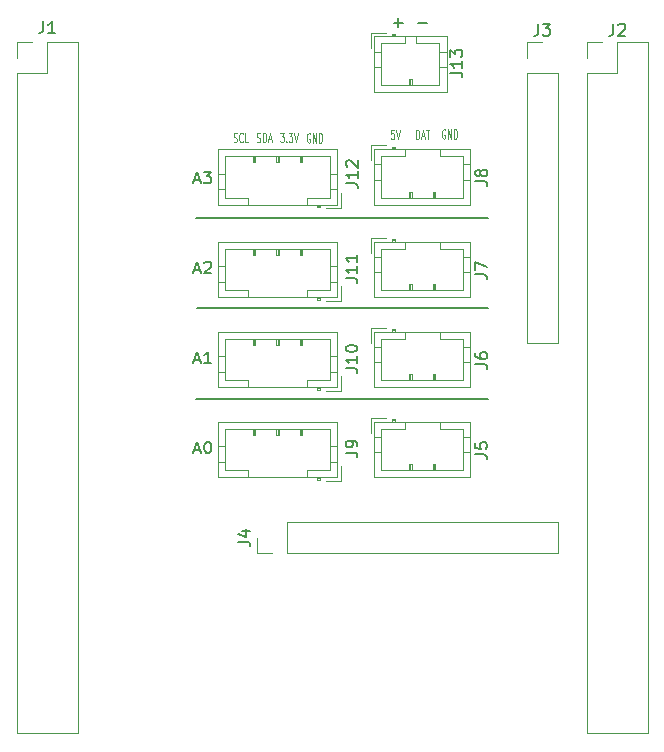
<source format=gbr>
%TF.GenerationSoftware,KiCad,Pcbnew,7.0.6*%
%TF.CreationDate,2024-10-14T12:44:36+01:00*%
%TF.ProjectId,BelaShield,42656c61-5368-4696-956c-642e6b696361,rev?*%
%TF.SameCoordinates,Original*%
%TF.FileFunction,Legend,Top*%
%TF.FilePolarity,Positive*%
%FSLAX46Y46*%
G04 Gerber Fmt 4.6, Leading zero omitted, Abs format (unit mm)*
G04 Created by KiCad (PCBNEW 7.0.6) date 2024-10-14 12:44:36*
%MOMM*%
%LPD*%
G01*
G04 APERTURE LIST*
%ADD10C,0.150000*%
%ADD11C,0.100000*%
%ADD12C,0.120000*%
G04 APERTURE END LIST*
D10*
X135819900Y-66935400D02*
X160483300Y-66935400D01*
X135858000Y-74530000D02*
X160521400Y-74530000D01*
X135819900Y-82200800D02*
X160483300Y-82200800D01*
X152536779Y-50388866D02*
X153298684Y-50388866D01*
X152917731Y-50769819D02*
X152917731Y-50007914D01*
D11*
X142919756Y-59688020D02*
X143229280Y-59688020D01*
X143229280Y-59688020D02*
X143062613Y-59992782D01*
X143062613Y-59992782D02*
X143134042Y-59992782D01*
X143134042Y-59992782D02*
X143181661Y-60030877D01*
X143181661Y-60030877D02*
X143205470Y-60068972D01*
X143205470Y-60068972D02*
X143229280Y-60145163D01*
X143229280Y-60145163D02*
X143229280Y-60335639D01*
X143229280Y-60335639D02*
X143205470Y-60411829D01*
X143205470Y-60411829D02*
X143181661Y-60449925D01*
X143181661Y-60449925D02*
X143134042Y-60488020D01*
X143134042Y-60488020D02*
X142991185Y-60488020D01*
X142991185Y-60488020D02*
X142943566Y-60449925D01*
X142943566Y-60449925D02*
X142919756Y-60411829D01*
X143443565Y-60411829D02*
X143467375Y-60449925D01*
X143467375Y-60449925D02*
X143443565Y-60488020D01*
X143443565Y-60488020D02*
X143419756Y-60449925D01*
X143419756Y-60449925D02*
X143443565Y-60411829D01*
X143443565Y-60411829D02*
X143443565Y-60488020D01*
X143634041Y-59688020D02*
X143943565Y-59688020D01*
X143943565Y-59688020D02*
X143776898Y-59992782D01*
X143776898Y-59992782D02*
X143848327Y-59992782D01*
X143848327Y-59992782D02*
X143895946Y-60030877D01*
X143895946Y-60030877D02*
X143919755Y-60068972D01*
X143919755Y-60068972D02*
X143943565Y-60145163D01*
X143943565Y-60145163D02*
X143943565Y-60335639D01*
X143943565Y-60335639D02*
X143919755Y-60411829D01*
X143919755Y-60411829D02*
X143895946Y-60449925D01*
X143895946Y-60449925D02*
X143848327Y-60488020D01*
X143848327Y-60488020D02*
X143705470Y-60488020D01*
X143705470Y-60488020D02*
X143657851Y-60449925D01*
X143657851Y-60449925D02*
X143634041Y-60411829D01*
X144086422Y-59688020D02*
X144253088Y-60488020D01*
X144253088Y-60488020D02*
X144419755Y-59688020D01*
D10*
X135639160Y-86560104D02*
X136115350Y-86560104D01*
X135543922Y-86845819D02*
X135877255Y-85845819D01*
X135877255Y-85845819D02*
X136210588Y-86845819D01*
X136734398Y-85845819D02*
X136829636Y-85845819D01*
X136829636Y-85845819D02*
X136924874Y-85893438D01*
X136924874Y-85893438D02*
X136972493Y-85941057D01*
X136972493Y-85941057D02*
X137020112Y-86036295D01*
X137020112Y-86036295D02*
X137067731Y-86226771D01*
X137067731Y-86226771D02*
X137067731Y-86464866D01*
X137067731Y-86464866D02*
X137020112Y-86655342D01*
X137020112Y-86655342D02*
X136972493Y-86750580D01*
X136972493Y-86750580D02*
X136924874Y-86798200D01*
X136924874Y-86798200D02*
X136829636Y-86845819D01*
X136829636Y-86845819D02*
X136734398Y-86845819D01*
X136734398Y-86845819D02*
X136639160Y-86798200D01*
X136639160Y-86798200D02*
X136591541Y-86750580D01*
X136591541Y-86750580D02*
X136543922Y-86655342D01*
X136543922Y-86655342D02*
X136496303Y-86464866D01*
X136496303Y-86464866D02*
X136496303Y-86226771D01*
X136496303Y-86226771D02*
X136543922Y-86036295D01*
X136543922Y-86036295D02*
X136591541Y-85941057D01*
X136591541Y-85941057D02*
X136639160Y-85893438D01*
X136639160Y-85893438D02*
X136734398Y-85845819D01*
D11*
X156876058Y-59442740D02*
X156828439Y-59404645D01*
X156828439Y-59404645D02*
X156757010Y-59404645D01*
X156757010Y-59404645D02*
X156685582Y-59442740D01*
X156685582Y-59442740D02*
X156637963Y-59518930D01*
X156637963Y-59518930D02*
X156614153Y-59595121D01*
X156614153Y-59595121D02*
X156590344Y-59747502D01*
X156590344Y-59747502D02*
X156590344Y-59861788D01*
X156590344Y-59861788D02*
X156614153Y-60014169D01*
X156614153Y-60014169D02*
X156637963Y-60090359D01*
X156637963Y-60090359D02*
X156685582Y-60166550D01*
X156685582Y-60166550D02*
X156757010Y-60204645D01*
X156757010Y-60204645D02*
X156804629Y-60204645D01*
X156804629Y-60204645D02*
X156876058Y-60166550D01*
X156876058Y-60166550D02*
X156899867Y-60128454D01*
X156899867Y-60128454D02*
X156899867Y-59861788D01*
X156899867Y-59861788D02*
X156804629Y-59861788D01*
X157114153Y-60204645D02*
X157114153Y-59404645D01*
X157114153Y-59404645D02*
X157399867Y-60204645D01*
X157399867Y-60204645D02*
X157399867Y-59404645D01*
X157637963Y-60204645D02*
X157637963Y-59404645D01*
X157637963Y-59404645D02*
X157757011Y-59404645D01*
X157757011Y-59404645D02*
X157828439Y-59442740D01*
X157828439Y-59442740D02*
X157876058Y-59518930D01*
X157876058Y-59518930D02*
X157899868Y-59595121D01*
X157899868Y-59595121D02*
X157923677Y-59747502D01*
X157923677Y-59747502D02*
X157923677Y-59861788D01*
X157923677Y-59861788D02*
X157899868Y-60014169D01*
X157899868Y-60014169D02*
X157876058Y-60090359D01*
X157876058Y-60090359D02*
X157828439Y-60166550D01*
X157828439Y-60166550D02*
X157757011Y-60204645D01*
X157757011Y-60204645D02*
X157637963Y-60204645D01*
D10*
X154568779Y-50388866D02*
X155330684Y-50388866D01*
D11*
X138961027Y-60458800D02*
X139032455Y-60496895D01*
X139032455Y-60496895D02*
X139151503Y-60496895D01*
X139151503Y-60496895D02*
X139199122Y-60458800D01*
X139199122Y-60458800D02*
X139222931Y-60420704D01*
X139222931Y-60420704D02*
X139246741Y-60344514D01*
X139246741Y-60344514D02*
X139246741Y-60268323D01*
X139246741Y-60268323D02*
X139222931Y-60192133D01*
X139222931Y-60192133D02*
X139199122Y-60154038D01*
X139199122Y-60154038D02*
X139151503Y-60115942D01*
X139151503Y-60115942D02*
X139056265Y-60077847D01*
X139056265Y-60077847D02*
X139008646Y-60039752D01*
X139008646Y-60039752D02*
X138984836Y-60001657D01*
X138984836Y-60001657D02*
X138961027Y-59925466D01*
X138961027Y-59925466D02*
X138961027Y-59849276D01*
X138961027Y-59849276D02*
X138984836Y-59773085D01*
X138984836Y-59773085D02*
X139008646Y-59734990D01*
X139008646Y-59734990D02*
X139056265Y-59696895D01*
X139056265Y-59696895D02*
X139175312Y-59696895D01*
X139175312Y-59696895D02*
X139246741Y-59734990D01*
X139746740Y-60420704D02*
X139722931Y-60458800D01*
X139722931Y-60458800D02*
X139651502Y-60496895D01*
X139651502Y-60496895D02*
X139603883Y-60496895D01*
X139603883Y-60496895D02*
X139532455Y-60458800D01*
X139532455Y-60458800D02*
X139484836Y-60382609D01*
X139484836Y-60382609D02*
X139461026Y-60306419D01*
X139461026Y-60306419D02*
X139437217Y-60154038D01*
X139437217Y-60154038D02*
X139437217Y-60039752D01*
X139437217Y-60039752D02*
X139461026Y-59887371D01*
X139461026Y-59887371D02*
X139484836Y-59811180D01*
X139484836Y-59811180D02*
X139532455Y-59734990D01*
X139532455Y-59734990D02*
X139603883Y-59696895D01*
X139603883Y-59696895D02*
X139651502Y-59696895D01*
X139651502Y-59696895D02*
X139722931Y-59734990D01*
X139722931Y-59734990D02*
X139746740Y-59773085D01*
X140199121Y-60496895D02*
X139961026Y-60496895D01*
X139961026Y-60496895D02*
X139961026Y-59696895D01*
X140940392Y-60449925D02*
X141011820Y-60488020D01*
X141011820Y-60488020D02*
X141130868Y-60488020D01*
X141130868Y-60488020D02*
X141178487Y-60449925D01*
X141178487Y-60449925D02*
X141202296Y-60411829D01*
X141202296Y-60411829D02*
X141226106Y-60335639D01*
X141226106Y-60335639D02*
X141226106Y-60259448D01*
X141226106Y-60259448D02*
X141202296Y-60183258D01*
X141202296Y-60183258D02*
X141178487Y-60145163D01*
X141178487Y-60145163D02*
X141130868Y-60107067D01*
X141130868Y-60107067D02*
X141035630Y-60068972D01*
X141035630Y-60068972D02*
X140988011Y-60030877D01*
X140988011Y-60030877D02*
X140964201Y-59992782D01*
X140964201Y-59992782D02*
X140940392Y-59916591D01*
X140940392Y-59916591D02*
X140940392Y-59840401D01*
X140940392Y-59840401D02*
X140964201Y-59764210D01*
X140964201Y-59764210D02*
X140988011Y-59726115D01*
X140988011Y-59726115D02*
X141035630Y-59688020D01*
X141035630Y-59688020D02*
X141154677Y-59688020D01*
X141154677Y-59688020D02*
X141226106Y-59726115D01*
X141440391Y-60488020D02*
X141440391Y-59688020D01*
X141440391Y-59688020D02*
X141559439Y-59688020D01*
X141559439Y-59688020D02*
X141630867Y-59726115D01*
X141630867Y-59726115D02*
X141678486Y-59802305D01*
X141678486Y-59802305D02*
X141702296Y-59878496D01*
X141702296Y-59878496D02*
X141726105Y-60030877D01*
X141726105Y-60030877D02*
X141726105Y-60145163D01*
X141726105Y-60145163D02*
X141702296Y-60297544D01*
X141702296Y-60297544D02*
X141678486Y-60373734D01*
X141678486Y-60373734D02*
X141630867Y-60449925D01*
X141630867Y-60449925D02*
X141559439Y-60488020D01*
X141559439Y-60488020D02*
X141440391Y-60488020D01*
X141916582Y-60259448D02*
X142154677Y-60259448D01*
X141868963Y-60488020D02*
X142035629Y-59688020D01*
X142035629Y-59688020D02*
X142202296Y-60488020D01*
D10*
X135639160Y-78940104D02*
X136115350Y-78940104D01*
X135543922Y-79225819D02*
X135877255Y-78225819D01*
X135877255Y-78225819D02*
X136210588Y-79225819D01*
X137067731Y-79225819D02*
X136496303Y-79225819D01*
X136782017Y-79225819D02*
X136782017Y-78225819D01*
X136782017Y-78225819D02*
X136686779Y-78368676D01*
X136686779Y-78368676D02*
X136591541Y-78463914D01*
X136591541Y-78463914D02*
X136496303Y-78511533D01*
X135639160Y-63700104D02*
X136115350Y-63700104D01*
X135543922Y-63985819D02*
X135877255Y-62985819D01*
X135877255Y-62985819D02*
X136210588Y-63985819D01*
X136448684Y-62985819D02*
X137067731Y-62985819D01*
X137067731Y-62985819D02*
X136734398Y-63366771D01*
X136734398Y-63366771D02*
X136877255Y-63366771D01*
X136877255Y-63366771D02*
X136972493Y-63414390D01*
X136972493Y-63414390D02*
X137020112Y-63462009D01*
X137020112Y-63462009D02*
X137067731Y-63557247D01*
X137067731Y-63557247D02*
X137067731Y-63795342D01*
X137067731Y-63795342D02*
X137020112Y-63890580D01*
X137020112Y-63890580D02*
X136972493Y-63938200D01*
X136972493Y-63938200D02*
X136877255Y-63985819D01*
X136877255Y-63985819D02*
X136591541Y-63985819D01*
X136591541Y-63985819D02*
X136496303Y-63938200D01*
X136496303Y-63938200D02*
X136448684Y-63890580D01*
X135639160Y-71320104D02*
X136115350Y-71320104D01*
X135543922Y-71605819D02*
X135877255Y-70605819D01*
X135877255Y-70605819D02*
X136210588Y-71605819D01*
X136496303Y-70701057D02*
X136543922Y-70653438D01*
X136543922Y-70653438D02*
X136639160Y-70605819D01*
X136639160Y-70605819D02*
X136877255Y-70605819D01*
X136877255Y-70605819D02*
X136972493Y-70653438D01*
X136972493Y-70653438D02*
X137020112Y-70701057D01*
X137020112Y-70701057D02*
X137067731Y-70796295D01*
X137067731Y-70796295D02*
X137067731Y-70891533D01*
X137067731Y-70891533D02*
X137020112Y-71034390D01*
X137020112Y-71034390D02*
X136448684Y-71605819D01*
X136448684Y-71605819D02*
X137067731Y-71605819D01*
D11*
X152537804Y-59435770D02*
X152299709Y-59435770D01*
X152299709Y-59435770D02*
X152275900Y-59816722D01*
X152275900Y-59816722D02*
X152299709Y-59778627D01*
X152299709Y-59778627D02*
X152347328Y-59740532D01*
X152347328Y-59740532D02*
X152466376Y-59740532D01*
X152466376Y-59740532D02*
X152513995Y-59778627D01*
X152513995Y-59778627D02*
X152537804Y-59816722D01*
X152537804Y-59816722D02*
X152561614Y-59892913D01*
X152561614Y-59892913D02*
X152561614Y-60083389D01*
X152561614Y-60083389D02*
X152537804Y-60159579D01*
X152537804Y-60159579D02*
X152513995Y-60197675D01*
X152513995Y-60197675D02*
X152466376Y-60235770D01*
X152466376Y-60235770D02*
X152347328Y-60235770D01*
X152347328Y-60235770D02*
X152299709Y-60197675D01*
X152299709Y-60197675D02*
X152275900Y-60159579D01*
X152704471Y-59435770D02*
X152871137Y-60235770D01*
X152871137Y-60235770D02*
X153037804Y-59435770D01*
X145446741Y-59766115D02*
X145399122Y-59728020D01*
X145399122Y-59728020D02*
X145327693Y-59728020D01*
X145327693Y-59728020D02*
X145256265Y-59766115D01*
X145256265Y-59766115D02*
X145208646Y-59842305D01*
X145208646Y-59842305D02*
X145184836Y-59918496D01*
X145184836Y-59918496D02*
X145161027Y-60070877D01*
X145161027Y-60070877D02*
X145161027Y-60185163D01*
X145161027Y-60185163D02*
X145184836Y-60337544D01*
X145184836Y-60337544D02*
X145208646Y-60413734D01*
X145208646Y-60413734D02*
X145256265Y-60489925D01*
X145256265Y-60489925D02*
X145327693Y-60528020D01*
X145327693Y-60528020D02*
X145375312Y-60528020D01*
X145375312Y-60528020D02*
X145446741Y-60489925D01*
X145446741Y-60489925D02*
X145470550Y-60451829D01*
X145470550Y-60451829D02*
X145470550Y-60185163D01*
X145470550Y-60185163D02*
X145375312Y-60185163D01*
X145684836Y-60528020D02*
X145684836Y-59728020D01*
X145684836Y-59728020D02*
X145970550Y-60528020D01*
X145970550Y-60528020D02*
X145970550Y-59728020D01*
X146208646Y-60528020D02*
X146208646Y-59728020D01*
X146208646Y-59728020D02*
X146327694Y-59728020D01*
X146327694Y-59728020D02*
X146399122Y-59766115D01*
X146399122Y-59766115D02*
X146446741Y-59842305D01*
X146446741Y-59842305D02*
X146470551Y-59918496D01*
X146470551Y-59918496D02*
X146494360Y-60070877D01*
X146494360Y-60070877D02*
X146494360Y-60185163D01*
X146494360Y-60185163D02*
X146470551Y-60337544D01*
X146470551Y-60337544D02*
X146446741Y-60413734D01*
X146446741Y-60413734D02*
X146399122Y-60489925D01*
X146399122Y-60489925D02*
X146327694Y-60528020D01*
X146327694Y-60528020D02*
X146208646Y-60528020D01*
X154409313Y-60235770D02*
X154409313Y-59435770D01*
X154409313Y-59435770D02*
X154528361Y-59435770D01*
X154528361Y-59435770D02*
X154599789Y-59473865D01*
X154599789Y-59473865D02*
X154647408Y-59550055D01*
X154647408Y-59550055D02*
X154671218Y-59626246D01*
X154671218Y-59626246D02*
X154695027Y-59778627D01*
X154695027Y-59778627D02*
X154695027Y-59892913D01*
X154695027Y-59892913D02*
X154671218Y-60045294D01*
X154671218Y-60045294D02*
X154647408Y-60121484D01*
X154647408Y-60121484D02*
X154599789Y-60197675D01*
X154599789Y-60197675D02*
X154528361Y-60235770D01*
X154528361Y-60235770D02*
X154409313Y-60235770D01*
X154885504Y-60007198D02*
X155123599Y-60007198D01*
X154837885Y-60235770D02*
X155004551Y-59435770D01*
X155004551Y-59435770D02*
X155171218Y-60235770D01*
X155266456Y-59435770D02*
X155552170Y-59435770D01*
X155409313Y-60235770D02*
X155409313Y-59435770D01*
D10*
X148454819Y-79630323D02*
X149169104Y-79630323D01*
X149169104Y-79630323D02*
X149311961Y-79677942D01*
X149311961Y-79677942D02*
X149407200Y-79773180D01*
X149407200Y-79773180D02*
X149454819Y-79916037D01*
X149454819Y-79916037D02*
X149454819Y-80011275D01*
X149454819Y-78630323D02*
X149454819Y-79201751D01*
X149454819Y-78916037D02*
X148454819Y-78916037D01*
X148454819Y-78916037D02*
X148597676Y-79011275D01*
X148597676Y-79011275D02*
X148692914Y-79106513D01*
X148692914Y-79106513D02*
X148740533Y-79201751D01*
X148454819Y-78011275D02*
X148454819Y-77916037D01*
X148454819Y-77916037D02*
X148502438Y-77820799D01*
X148502438Y-77820799D02*
X148550057Y-77773180D01*
X148550057Y-77773180D02*
X148645295Y-77725561D01*
X148645295Y-77725561D02*
X148835771Y-77677942D01*
X148835771Y-77677942D02*
X149073866Y-77677942D01*
X149073866Y-77677942D02*
X149264342Y-77725561D01*
X149264342Y-77725561D02*
X149359580Y-77773180D01*
X149359580Y-77773180D02*
X149407200Y-77820799D01*
X149407200Y-77820799D02*
X149454819Y-77916037D01*
X149454819Y-77916037D02*
X149454819Y-78011275D01*
X149454819Y-78011275D02*
X149407200Y-78106513D01*
X149407200Y-78106513D02*
X149359580Y-78154132D01*
X149359580Y-78154132D02*
X149264342Y-78201751D01*
X149264342Y-78201751D02*
X149073866Y-78249370D01*
X149073866Y-78249370D02*
X148835771Y-78249370D01*
X148835771Y-78249370D02*
X148645295Y-78201751D01*
X148645295Y-78201751D02*
X148550057Y-78154132D01*
X148550057Y-78154132D02*
X148502438Y-78106513D01*
X148502438Y-78106513D02*
X148454819Y-78011275D01*
X148454819Y-72010323D02*
X149169104Y-72010323D01*
X149169104Y-72010323D02*
X149311961Y-72057942D01*
X149311961Y-72057942D02*
X149407200Y-72153180D01*
X149407200Y-72153180D02*
X149454819Y-72296037D01*
X149454819Y-72296037D02*
X149454819Y-72391275D01*
X149454819Y-71010323D02*
X149454819Y-71581751D01*
X149454819Y-71296037D02*
X148454819Y-71296037D01*
X148454819Y-71296037D02*
X148597676Y-71391275D01*
X148597676Y-71391275D02*
X148692914Y-71486513D01*
X148692914Y-71486513D02*
X148740533Y-71581751D01*
X149454819Y-70057942D02*
X149454819Y-70629370D01*
X149454819Y-70343656D02*
X148454819Y-70343656D01*
X148454819Y-70343656D02*
X148597676Y-70438894D01*
X148597676Y-70438894D02*
X148692914Y-70534132D01*
X148692914Y-70534132D02*
X148740533Y-70629370D01*
X157322819Y-54609523D02*
X158037104Y-54609523D01*
X158037104Y-54609523D02*
X158179961Y-54657142D01*
X158179961Y-54657142D02*
X158275200Y-54752380D01*
X158275200Y-54752380D02*
X158322819Y-54895237D01*
X158322819Y-54895237D02*
X158322819Y-54990475D01*
X158322819Y-53609523D02*
X158322819Y-54180951D01*
X158322819Y-53895237D02*
X157322819Y-53895237D01*
X157322819Y-53895237D02*
X157465676Y-53990475D01*
X157465676Y-53990475D02*
X157560914Y-54085713D01*
X157560914Y-54085713D02*
X157608533Y-54180951D01*
X157322819Y-53276189D02*
X157322819Y-52657142D01*
X157322819Y-52657142D02*
X157703771Y-52990475D01*
X157703771Y-52990475D02*
X157703771Y-52847618D01*
X157703771Y-52847618D02*
X157751390Y-52752380D01*
X157751390Y-52752380D02*
X157799009Y-52704761D01*
X157799009Y-52704761D02*
X157894247Y-52657142D01*
X157894247Y-52657142D02*
X158132342Y-52657142D01*
X158132342Y-52657142D02*
X158227580Y-52704761D01*
X158227580Y-52704761D02*
X158275200Y-52752380D01*
X158275200Y-52752380D02*
X158322819Y-52847618D01*
X158322819Y-52847618D02*
X158322819Y-53133332D01*
X158322819Y-53133332D02*
X158275200Y-53228570D01*
X158275200Y-53228570D02*
X158227580Y-53276189D01*
X164766666Y-50464819D02*
X164766666Y-51179104D01*
X164766666Y-51179104D02*
X164719047Y-51321961D01*
X164719047Y-51321961D02*
X164623809Y-51417200D01*
X164623809Y-51417200D02*
X164480952Y-51464819D01*
X164480952Y-51464819D02*
X164385714Y-51464819D01*
X165147619Y-50464819D02*
X165766666Y-50464819D01*
X165766666Y-50464819D02*
X165433333Y-50845771D01*
X165433333Y-50845771D02*
X165576190Y-50845771D01*
X165576190Y-50845771D02*
X165671428Y-50893390D01*
X165671428Y-50893390D02*
X165719047Y-50941009D01*
X165719047Y-50941009D02*
X165766666Y-51036247D01*
X165766666Y-51036247D02*
X165766666Y-51274342D01*
X165766666Y-51274342D02*
X165719047Y-51369580D01*
X165719047Y-51369580D02*
X165671428Y-51417200D01*
X165671428Y-51417200D02*
X165576190Y-51464819D01*
X165576190Y-51464819D02*
X165290476Y-51464819D01*
X165290476Y-51464819D02*
X165195238Y-51417200D01*
X165195238Y-51417200D02*
X165147619Y-51369580D01*
X148454819Y-86774133D02*
X149169104Y-86774133D01*
X149169104Y-86774133D02*
X149311961Y-86821752D01*
X149311961Y-86821752D02*
X149407200Y-86916990D01*
X149407200Y-86916990D02*
X149454819Y-87059847D01*
X149454819Y-87059847D02*
X149454819Y-87155085D01*
X149454819Y-86250323D02*
X149454819Y-86059847D01*
X149454819Y-86059847D02*
X149407200Y-85964609D01*
X149407200Y-85964609D02*
X149359580Y-85916990D01*
X149359580Y-85916990D02*
X149216723Y-85821752D01*
X149216723Y-85821752D02*
X149026247Y-85774133D01*
X149026247Y-85774133D02*
X148645295Y-85774133D01*
X148645295Y-85774133D02*
X148550057Y-85821752D01*
X148550057Y-85821752D02*
X148502438Y-85869371D01*
X148502438Y-85869371D02*
X148454819Y-85964609D01*
X148454819Y-85964609D02*
X148454819Y-86155085D01*
X148454819Y-86155085D02*
X148502438Y-86250323D01*
X148502438Y-86250323D02*
X148550057Y-86297942D01*
X148550057Y-86297942D02*
X148645295Y-86345561D01*
X148645295Y-86345561D02*
X148883390Y-86345561D01*
X148883390Y-86345561D02*
X148978628Y-86297942D01*
X148978628Y-86297942D02*
X149026247Y-86250323D01*
X149026247Y-86250323D02*
X149073866Y-86155085D01*
X149073866Y-86155085D02*
X149073866Y-85964609D01*
X149073866Y-85964609D02*
X149026247Y-85869371D01*
X149026247Y-85869371D02*
X148978628Y-85821752D01*
X148978628Y-85821752D02*
X148883390Y-85774133D01*
X171116666Y-50464819D02*
X171116666Y-51179104D01*
X171116666Y-51179104D02*
X171069047Y-51321961D01*
X171069047Y-51321961D02*
X170973809Y-51417200D01*
X170973809Y-51417200D02*
X170830952Y-51464819D01*
X170830952Y-51464819D02*
X170735714Y-51464819D01*
X171545238Y-50560057D02*
X171592857Y-50512438D01*
X171592857Y-50512438D02*
X171688095Y-50464819D01*
X171688095Y-50464819D02*
X171926190Y-50464819D01*
X171926190Y-50464819D02*
X172021428Y-50512438D01*
X172021428Y-50512438D02*
X172069047Y-50560057D01*
X172069047Y-50560057D02*
X172116666Y-50655295D01*
X172116666Y-50655295D02*
X172116666Y-50750533D01*
X172116666Y-50750533D02*
X172069047Y-50893390D01*
X172069047Y-50893390D02*
X171497619Y-51464819D01*
X171497619Y-51464819D02*
X172116666Y-51464819D01*
X159410819Y-86902933D02*
X160125104Y-86902933D01*
X160125104Y-86902933D02*
X160267961Y-86950552D01*
X160267961Y-86950552D02*
X160363200Y-87045790D01*
X160363200Y-87045790D02*
X160410819Y-87188647D01*
X160410819Y-87188647D02*
X160410819Y-87283885D01*
X159410819Y-85950552D02*
X159410819Y-86426742D01*
X159410819Y-86426742D02*
X159887009Y-86474361D01*
X159887009Y-86474361D02*
X159839390Y-86426742D01*
X159839390Y-86426742D02*
X159791771Y-86331504D01*
X159791771Y-86331504D02*
X159791771Y-86093409D01*
X159791771Y-86093409D02*
X159839390Y-85998171D01*
X159839390Y-85998171D02*
X159887009Y-85950552D01*
X159887009Y-85950552D02*
X159982247Y-85902933D01*
X159982247Y-85902933D02*
X160220342Y-85902933D01*
X160220342Y-85902933D02*
X160315580Y-85950552D01*
X160315580Y-85950552D02*
X160363200Y-85998171D01*
X160363200Y-85998171D02*
X160410819Y-86093409D01*
X160410819Y-86093409D02*
X160410819Y-86331504D01*
X160410819Y-86331504D02*
X160363200Y-86426742D01*
X160363200Y-86426742D02*
X160315580Y-86474361D01*
X159442819Y-63822933D02*
X160157104Y-63822933D01*
X160157104Y-63822933D02*
X160299961Y-63870552D01*
X160299961Y-63870552D02*
X160395200Y-63965790D01*
X160395200Y-63965790D02*
X160442819Y-64108647D01*
X160442819Y-64108647D02*
X160442819Y-64203885D01*
X159871390Y-63203885D02*
X159823771Y-63299123D01*
X159823771Y-63299123D02*
X159776152Y-63346742D01*
X159776152Y-63346742D02*
X159680914Y-63394361D01*
X159680914Y-63394361D02*
X159633295Y-63394361D01*
X159633295Y-63394361D02*
X159538057Y-63346742D01*
X159538057Y-63346742D02*
X159490438Y-63299123D01*
X159490438Y-63299123D02*
X159442819Y-63203885D01*
X159442819Y-63203885D02*
X159442819Y-63013409D01*
X159442819Y-63013409D02*
X159490438Y-62918171D01*
X159490438Y-62918171D02*
X159538057Y-62870552D01*
X159538057Y-62870552D02*
X159633295Y-62822933D01*
X159633295Y-62822933D02*
X159680914Y-62822933D01*
X159680914Y-62822933D02*
X159776152Y-62870552D01*
X159776152Y-62870552D02*
X159823771Y-62918171D01*
X159823771Y-62918171D02*
X159871390Y-63013409D01*
X159871390Y-63013409D02*
X159871390Y-63203885D01*
X159871390Y-63203885D02*
X159919009Y-63299123D01*
X159919009Y-63299123D02*
X159966628Y-63346742D01*
X159966628Y-63346742D02*
X160061866Y-63394361D01*
X160061866Y-63394361D02*
X160252342Y-63394361D01*
X160252342Y-63394361D02*
X160347580Y-63346742D01*
X160347580Y-63346742D02*
X160395200Y-63299123D01*
X160395200Y-63299123D02*
X160442819Y-63203885D01*
X160442819Y-63203885D02*
X160442819Y-63013409D01*
X160442819Y-63013409D02*
X160395200Y-62918171D01*
X160395200Y-62918171D02*
X160347580Y-62870552D01*
X160347580Y-62870552D02*
X160252342Y-62822933D01*
X160252342Y-62822933D02*
X160061866Y-62822933D01*
X160061866Y-62822933D02*
X159966628Y-62870552D01*
X159966628Y-62870552D02*
X159919009Y-62918171D01*
X159919009Y-62918171D02*
X159871390Y-63013409D01*
X159442819Y-79282933D02*
X160157104Y-79282933D01*
X160157104Y-79282933D02*
X160299961Y-79330552D01*
X160299961Y-79330552D02*
X160395200Y-79425790D01*
X160395200Y-79425790D02*
X160442819Y-79568647D01*
X160442819Y-79568647D02*
X160442819Y-79663885D01*
X159442819Y-78378171D02*
X159442819Y-78568647D01*
X159442819Y-78568647D02*
X159490438Y-78663885D01*
X159490438Y-78663885D02*
X159538057Y-78711504D01*
X159538057Y-78711504D02*
X159680914Y-78806742D01*
X159680914Y-78806742D02*
X159871390Y-78854361D01*
X159871390Y-78854361D02*
X160252342Y-78854361D01*
X160252342Y-78854361D02*
X160347580Y-78806742D01*
X160347580Y-78806742D02*
X160395200Y-78759123D01*
X160395200Y-78759123D02*
X160442819Y-78663885D01*
X160442819Y-78663885D02*
X160442819Y-78473409D01*
X160442819Y-78473409D02*
X160395200Y-78378171D01*
X160395200Y-78378171D02*
X160347580Y-78330552D01*
X160347580Y-78330552D02*
X160252342Y-78282933D01*
X160252342Y-78282933D02*
X160014247Y-78282933D01*
X160014247Y-78282933D02*
X159919009Y-78330552D01*
X159919009Y-78330552D02*
X159871390Y-78378171D01*
X159871390Y-78378171D02*
X159823771Y-78473409D01*
X159823771Y-78473409D02*
X159823771Y-78663885D01*
X159823771Y-78663885D02*
X159871390Y-78759123D01*
X159871390Y-78759123D02*
X159919009Y-78806742D01*
X159919009Y-78806742D02*
X160014247Y-78854361D01*
X122856666Y-50254819D02*
X122856666Y-50969104D01*
X122856666Y-50969104D02*
X122809047Y-51111961D01*
X122809047Y-51111961D02*
X122713809Y-51207200D01*
X122713809Y-51207200D02*
X122570952Y-51254819D01*
X122570952Y-51254819D02*
X122475714Y-51254819D01*
X123856666Y-51254819D02*
X123285238Y-51254819D01*
X123570952Y-51254819D02*
X123570952Y-50254819D01*
X123570952Y-50254819D02*
X123475714Y-50397676D01*
X123475714Y-50397676D02*
X123380476Y-50492914D01*
X123380476Y-50492914D02*
X123285238Y-50540533D01*
X139364819Y-94313333D02*
X140079104Y-94313333D01*
X140079104Y-94313333D02*
X140221961Y-94360952D01*
X140221961Y-94360952D02*
X140317200Y-94456190D01*
X140317200Y-94456190D02*
X140364819Y-94599047D01*
X140364819Y-94599047D02*
X140364819Y-94694285D01*
X139698152Y-93408571D02*
X140364819Y-93408571D01*
X139317200Y-93646666D02*
X140031485Y-93884761D01*
X140031485Y-93884761D02*
X140031485Y-93265714D01*
X148486819Y-63976723D02*
X149201104Y-63976723D01*
X149201104Y-63976723D02*
X149343961Y-64024342D01*
X149343961Y-64024342D02*
X149439200Y-64119580D01*
X149439200Y-64119580D02*
X149486819Y-64262437D01*
X149486819Y-64262437D02*
X149486819Y-64357675D01*
X149486819Y-62976723D02*
X149486819Y-63548151D01*
X149486819Y-63262437D02*
X148486819Y-63262437D01*
X148486819Y-63262437D02*
X148629676Y-63357675D01*
X148629676Y-63357675D02*
X148724914Y-63452913D01*
X148724914Y-63452913D02*
X148772533Y-63548151D01*
X148582057Y-62595770D02*
X148534438Y-62548151D01*
X148534438Y-62548151D02*
X148486819Y-62452913D01*
X148486819Y-62452913D02*
X148486819Y-62214818D01*
X148486819Y-62214818D02*
X148534438Y-62119580D01*
X148534438Y-62119580D02*
X148582057Y-62071961D01*
X148582057Y-62071961D02*
X148677295Y-62024342D01*
X148677295Y-62024342D02*
X148772533Y-62024342D01*
X148772533Y-62024342D02*
X148915390Y-62071961D01*
X148915390Y-62071961D02*
X149486819Y-62643389D01*
X149486819Y-62643389D02*
X149486819Y-62024342D01*
X159410819Y-71662933D02*
X160125104Y-71662933D01*
X160125104Y-71662933D02*
X160267961Y-71710552D01*
X160267961Y-71710552D02*
X160363200Y-71805790D01*
X160363200Y-71805790D02*
X160410819Y-71948647D01*
X160410819Y-71948647D02*
X160410819Y-72043885D01*
X159410819Y-71281980D02*
X159410819Y-70615314D01*
X159410819Y-70615314D02*
X160410819Y-71043885D01*
D12*
%TO.C,J10*%
X148060000Y-81550000D02*
X148060000Y-80300000D01*
X147760000Y-81250000D02*
X147760000Y-76530000D01*
X147760000Y-79940000D02*
X147150000Y-79940000D01*
X147760000Y-78640000D02*
X147150000Y-78640000D01*
X147760000Y-76530000D02*
X137640000Y-76530000D01*
X147150000Y-80640000D02*
X147150000Y-77140000D01*
X147150000Y-77140000D02*
X138250000Y-77140000D01*
X146810000Y-81550000D02*
X148060000Y-81550000D01*
X146300000Y-81450000D02*
X146300000Y-81250000D01*
X146000000Y-81450000D02*
X146300000Y-81450000D01*
X146000000Y-81350000D02*
X146300000Y-81350000D01*
X146000000Y-81250000D02*
X146000000Y-81450000D01*
X145200000Y-81250000D02*
X145200000Y-80640000D01*
X145200000Y-80640000D02*
X147150000Y-80640000D01*
X144800000Y-77640000D02*
X144600000Y-77640000D01*
X144800000Y-77140000D02*
X144800000Y-77640000D01*
X144700000Y-77140000D02*
X144700000Y-77640000D01*
X144600000Y-77640000D02*
X144600000Y-77140000D01*
X142800000Y-77640000D02*
X142600000Y-77640000D01*
X142800000Y-77140000D02*
X142800000Y-77640000D01*
X142700000Y-77140000D02*
X142700000Y-77640000D01*
X142600000Y-77640000D02*
X142600000Y-77140000D01*
X140800000Y-77640000D02*
X140600000Y-77640000D01*
X140800000Y-77140000D02*
X140800000Y-77640000D01*
X140700000Y-77140000D02*
X140700000Y-77640000D01*
X140600000Y-77640000D02*
X140600000Y-77140000D01*
X140200000Y-80640000D02*
X140200000Y-81250000D01*
X138250000Y-80640000D02*
X140200000Y-80640000D01*
X138250000Y-77140000D02*
X138250000Y-80640000D01*
X137640000Y-81250000D02*
X147760000Y-81250000D01*
X137640000Y-79940000D02*
X138250000Y-79940000D01*
X137640000Y-78640000D02*
X138250000Y-78640000D01*
X137640000Y-76530000D02*
X137640000Y-81250000D01*
%TO.C,J11*%
X148060000Y-73930000D02*
X148060000Y-72680000D01*
X147760000Y-73630000D02*
X147760000Y-68910000D01*
X147760000Y-72320000D02*
X147150000Y-72320000D01*
X147760000Y-71020000D02*
X147150000Y-71020000D01*
X147760000Y-68910000D02*
X137640000Y-68910000D01*
X147150000Y-73020000D02*
X147150000Y-69520000D01*
X147150000Y-69520000D02*
X138250000Y-69520000D01*
X146810000Y-73930000D02*
X148060000Y-73930000D01*
X146300000Y-73830000D02*
X146300000Y-73630000D01*
X146000000Y-73830000D02*
X146300000Y-73830000D01*
X146000000Y-73730000D02*
X146300000Y-73730000D01*
X146000000Y-73630000D02*
X146000000Y-73830000D01*
X145200000Y-73630000D02*
X145200000Y-73020000D01*
X145200000Y-73020000D02*
X147150000Y-73020000D01*
X144800000Y-70020000D02*
X144600000Y-70020000D01*
X144800000Y-69520000D02*
X144800000Y-70020000D01*
X144700000Y-69520000D02*
X144700000Y-70020000D01*
X144600000Y-70020000D02*
X144600000Y-69520000D01*
X142800000Y-70020000D02*
X142600000Y-70020000D01*
X142800000Y-69520000D02*
X142800000Y-70020000D01*
X142700000Y-69520000D02*
X142700000Y-70020000D01*
X142600000Y-70020000D02*
X142600000Y-69520000D01*
X140800000Y-70020000D02*
X140600000Y-70020000D01*
X140800000Y-69520000D02*
X140800000Y-70020000D01*
X140700000Y-69520000D02*
X140700000Y-70020000D01*
X140600000Y-70020000D02*
X140600000Y-69520000D01*
X140200000Y-73020000D02*
X140200000Y-73630000D01*
X138250000Y-73020000D02*
X140200000Y-73020000D01*
X138250000Y-69520000D02*
X138250000Y-73020000D01*
X137640000Y-73630000D02*
X147760000Y-73630000D01*
X137640000Y-72320000D02*
X138250000Y-72320000D01*
X137640000Y-71020000D02*
X138250000Y-71020000D01*
X137640000Y-68910000D02*
X137640000Y-73630000D01*
%TO.C,J13*%
X157000000Y-56250000D02*
X157000000Y-51530000D01*
X157000000Y-54140000D02*
X156390000Y-54140000D01*
X157000000Y-52840000D02*
X156390000Y-52840000D01*
X157000000Y-51530000D02*
X150880000Y-51530000D01*
X156390000Y-55640000D02*
X156390000Y-52140000D01*
X156390000Y-52140000D02*
X154440000Y-52140000D01*
X154440000Y-52140000D02*
X154440000Y-51530000D01*
X154040000Y-55140000D02*
X154040000Y-55640000D01*
X153940000Y-55640000D02*
X153940000Y-55140000D01*
X153840000Y-55640000D02*
X153840000Y-55140000D01*
X153840000Y-55140000D02*
X154040000Y-55140000D01*
X153440000Y-52140000D02*
X151490000Y-52140000D01*
X153440000Y-51530000D02*
X153440000Y-52140000D01*
X152640000Y-51530000D02*
X152640000Y-51330000D01*
X152640000Y-51430000D02*
X152340000Y-51430000D01*
X152640000Y-51330000D02*
X152340000Y-51330000D01*
X152340000Y-51330000D02*
X152340000Y-51530000D01*
X151830000Y-51230000D02*
X150580000Y-51230000D01*
X151490000Y-55640000D02*
X156390000Y-55640000D01*
X151490000Y-52140000D02*
X151490000Y-55640000D01*
X150880000Y-56250000D02*
X157000000Y-56250000D01*
X150880000Y-54140000D02*
X151490000Y-54140000D01*
X150880000Y-52840000D02*
X151490000Y-52840000D01*
X150880000Y-51530000D02*
X150880000Y-56250000D01*
X150580000Y-51230000D02*
X150580000Y-52480000D01*
%TO.C,J3*%
X166430000Y-54610000D02*
X166430000Y-77530000D01*
X163770000Y-77530000D02*
X166430000Y-77530000D01*
X163770000Y-54610000D02*
X166430000Y-54610000D01*
X163770000Y-54610000D02*
X163770000Y-77530000D01*
X163770000Y-53340000D02*
X163770000Y-52010000D01*
X163770000Y-52010000D02*
X165100000Y-52010000D01*
%TO.C,J9*%
X148060000Y-89170000D02*
X148060000Y-87920000D01*
X147760000Y-88870000D02*
X147760000Y-84150000D01*
X147760000Y-87560000D02*
X147150000Y-87560000D01*
X147760000Y-86260000D02*
X147150000Y-86260000D01*
X147760000Y-84150000D02*
X137640000Y-84150000D01*
X147150000Y-88260000D02*
X147150000Y-84760000D01*
X147150000Y-84760000D02*
X138250000Y-84760000D01*
X146810000Y-89170000D02*
X148060000Y-89170000D01*
X146300000Y-89070000D02*
X146300000Y-88870000D01*
X146000000Y-89070000D02*
X146300000Y-89070000D01*
X146000000Y-88970000D02*
X146300000Y-88970000D01*
X146000000Y-88870000D02*
X146000000Y-89070000D01*
X145200000Y-88870000D02*
X145200000Y-88260000D01*
X145200000Y-88260000D02*
X147150000Y-88260000D01*
X144800000Y-85260000D02*
X144600000Y-85260000D01*
X144800000Y-84760000D02*
X144800000Y-85260000D01*
X144700000Y-84760000D02*
X144700000Y-85260000D01*
X144600000Y-85260000D02*
X144600000Y-84760000D01*
X142800000Y-85260000D02*
X142600000Y-85260000D01*
X142800000Y-84760000D02*
X142800000Y-85260000D01*
X142700000Y-84760000D02*
X142700000Y-85260000D01*
X142600000Y-85260000D02*
X142600000Y-84760000D01*
X140800000Y-85260000D02*
X140600000Y-85260000D01*
X140800000Y-84760000D02*
X140800000Y-85260000D01*
X140700000Y-84760000D02*
X140700000Y-85260000D01*
X140600000Y-85260000D02*
X140600000Y-84760000D01*
X140200000Y-88260000D02*
X140200000Y-88870000D01*
X138250000Y-88260000D02*
X140200000Y-88260000D01*
X138250000Y-84760000D02*
X138250000Y-88260000D01*
X137640000Y-88870000D02*
X147760000Y-88870000D01*
X137640000Y-87560000D02*
X138250000Y-87560000D01*
X137640000Y-86260000D02*
X138250000Y-86260000D01*
X137640000Y-84150000D02*
X137640000Y-88870000D01*
%TO.C,J2*%
X174050000Y-52010000D02*
X174050000Y-110550000D01*
X171450000Y-54610000D02*
X171450000Y-52010000D01*
X171450000Y-52010000D02*
X174050000Y-52010000D01*
X168850000Y-110550000D02*
X174050000Y-110550000D01*
X168850000Y-54610000D02*
X171450000Y-54610000D01*
X168850000Y-54610000D02*
X168850000Y-110550000D01*
X168850000Y-53340000D02*
X168850000Y-52010000D01*
X168850000Y-52010000D02*
X170180000Y-52010000D01*
%TO.C,J5*%
X150580000Y-83850000D02*
X150580000Y-85100000D01*
X150880000Y-84150000D02*
X150880000Y-88870000D01*
X150880000Y-85460000D02*
X151490000Y-85460000D01*
X150880000Y-86760000D02*
X151490000Y-86760000D01*
X150880000Y-88870000D02*
X159000000Y-88870000D01*
X151490000Y-84760000D02*
X151490000Y-88260000D01*
X151490000Y-88260000D02*
X158390000Y-88260000D01*
X151830000Y-83850000D02*
X150580000Y-83850000D01*
X152340000Y-83950000D02*
X152340000Y-84150000D01*
X152640000Y-83950000D02*
X152340000Y-83950000D01*
X152640000Y-84050000D02*
X152340000Y-84050000D01*
X152640000Y-84150000D02*
X152640000Y-83950000D01*
X153440000Y-84150000D02*
X153440000Y-84760000D01*
X153440000Y-84760000D02*
X151490000Y-84760000D01*
X153840000Y-87760000D02*
X154040000Y-87760000D01*
X153840000Y-88260000D02*
X153840000Y-87760000D01*
X153940000Y-88260000D02*
X153940000Y-87760000D01*
X154040000Y-87760000D02*
X154040000Y-88260000D01*
X155840000Y-87760000D02*
X156040000Y-87760000D01*
X155840000Y-88260000D02*
X155840000Y-87760000D01*
X155940000Y-88260000D02*
X155940000Y-87760000D01*
X156040000Y-87760000D02*
X156040000Y-88260000D01*
X156440000Y-84760000D02*
X156440000Y-84150000D01*
X158390000Y-84760000D02*
X156440000Y-84760000D01*
X158390000Y-88260000D02*
X158390000Y-84760000D01*
X159000000Y-84150000D02*
X150880000Y-84150000D01*
X159000000Y-85460000D02*
X158390000Y-85460000D01*
X159000000Y-86760000D02*
X158390000Y-86760000D01*
X159000000Y-88870000D02*
X159000000Y-84150000D01*
%TO.C,J8*%
X159000000Y-65790000D02*
X159000000Y-61070000D01*
X159000000Y-63680000D02*
X158390000Y-63680000D01*
X159000000Y-62380000D02*
X158390000Y-62380000D01*
X159000000Y-61070000D02*
X150880000Y-61070000D01*
X158390000Y-65180000D02*
X158390000Y-61680000D01*
X158390000Y-61680000D02*
X156440000Y-61680000D01*
X156440000Y-61680000D02*
X156440000Y-61070000D01*
X156040000Y-64680000D02*
X156040000Y-65180000D01*
X155940000Y-65180000D02*
X155940000Y-64680000D01*
X155840000Y-65180000D02*
X155840000Y-64680000D01*
X155840000Y-64680000D02*
X156040000Y-64680000D01*
X154040000Y-64680000D02*
X154040000Y-65180000D01*
X153940000Y-65180000D02*
X153940000Y-64680000D01*
X153840000Y-65180000D02*
X153840000Y-64680000D01*
X153840000Y-64680000D02*
X154040000Y-64680000D01*
X153440000Y-61680000D02*
X151490000Y-61680000D01*
X153440000Y-61070000D02*
X153440000Y-61680000D01*
X152640000Y-61070000D02*
X152640000Y-60870000D01*
X152640000Y-60970000D02*
X152340000Y-60970000D01*
X152640000Y-60870000D02*
X152340000Y-60870000D01*
X152340000Y-60870000D02*
X152340000Y-61070000D01*
X151830000Y-60770000D02*
X150580000Y-60770000D01*
X151490000Y-65180000D02*
X158390000Y-65180000D01*
X151490000Y-61680000D02*
X151490000Y-65180000D01*
X150880000Y-65790000D02*
X159000000Y-65790000D01*
X150880000Y-63680000D02*
X151490000Y-63680000D01*
X150880000Y-62380000D02*
X151490000Y-62380000D01*
X150880000Y-61070000D02*
X150880000Y-65790000D01*
X150580000Y-60770000D02*
X150580000Y-62020000D01*
%TO.C,J6*%
X150580000Y-76230000D02*
X150580000Y-77480000D01*
X150880000Y-76530000D02*
X150880000Y-81250000D01*
X150880000Y-77840000D02*
X151490000Y-77840000D01*
X150880000Y-79140000D02*
X151490000Y-79140000D01*
X150880000Y-81250000D02*
X159000000Y-81250000D01*
X151490000Y-77140000D02*
X151490000Y-80640000D01*
X151490000Y-80640000D02*
X158390000Y-80640000D01*
X151830000Y-76230000D02*
X150580000Y-76230000D01*
X152340000Y-76330000D02*
X152340000Y-76530000D01*
X152640000Y-76330000D02*
X152340000Y-76330000D01*
X152640000Y-76430000D02*
X152340000Y-76430000D01*
X152640000Y-76530000D02*
X152640000Y-76330000D01*
X153440000Y-76530000D02*
X153440000Y-77140000D01*
X153440000Y-77140000D02*
X151490000Y-77140000D01*
X153840000Y-80140000D02*
X154040000Y-80140000D01*
X153840000Y-80640000D02*
X153840000Y-80140000D01*
X153940000Y-80640000D02*
X153940000Y-80140000D01*
X154040000Y-80140000D02*
X154040000Y-80640000D01*
X155840000Y-80140000D02*
X156040000Y-80140000D01*
X155840000Y-80640000D02*
X155840000Y-80140000D01*
X155940000Y-80640000D02*
X155940000Y-80140000D01*
X156040000Y-80140000D02*
X156040000Y-80640000D01*
X156440000Y-77140000D02*
X156440000Y-76530000D01*
X158390000Y-77140000D02*
X156440000Y-77140000D01*
X158390000Y-80640000D02*
X158390000Y-77140000D01*
X159000000Y-76530000D02*
X150880000Y-76530000D01*
X159000000Y-77840000D02*
X158390000Y-77840000D01*
X159000000Y-79140000D02*
X158390000Y-79140000D01*
X159000000Y-81250000D02*
X159000000Y-76530000D01*
%TO.C,J1*%
X125790000Y-52010000D02*
X125790000Y-110550000D01*
X123190000Y-54610000D02*
X123190000Y-52010000D01*
X123190000Y-52010000D02*
X125790000Y-52010000D01*
X120590000Y-110550000D02*
X125790000Y-110550000D01*
X120590000Y-54610000D02*
X123190000Y-54610000D01*
X120590000Y-54610000D02*
X120590000Y-110550000D01*
X120590000Y-53340000D02*
X120590000Y-52010000D01*
X120590000Y-52010000D02*
X121920000Y-52010000D01*
%TO.C,J4*%
X140910000Y-95310000D02*
X140910000Y-93980000D01*
X142240000Y-95310000D02*
X140910000Y-95310000D01*
X143510000Y-95310000D02*
X166430000Y-95310000D01*
X143510000Y-95310000D02*
X143510000Y-92650000D01*
X166430000Y-95310000D02*
X166430000Y-92650000D01*
X143510000Y-92650000D02*
X166430000Y-92650000D01*
%TO.C,J12*%
X148060000Y-66090000D02*
X148060000Y-64840000D01*
X147760000Y-65790000D02*
X147760000Y-61070000D01*
X147760000Y-64480000D02*
X147150000Y-64480000D01*
X147760000Y-63180000D02*
X147150000Y-63180000D01*
X147760000Y-61070000D02*
X137640000Y-61070000D01*
X147150000Y-65180000D02*
X147150000Y-61680000D01*
X147150000Y-61680000D02*
X138250000Y-61680000D01*
X146810000Y-66090000D02*
X148060000Y-66090000D01*
X146300000Y-65990000D02*
X146300000Y-65790000D01*
X146000000Y-65990000D02*
X146300000Y-65990000D01*
X146000000Y-65890000D02*
X146300000Y-65890000D01*
X146000000Y-65790000D02*
X146000000Y-65990000D01*
X145200000Y-65790000D02*
X145200000Y-65180000D01*
X145200000Y-65180000D02*
X147150000Y-65180000D01*
X144800000Y-62180000D02*
X144600000Y-62180000D01*
X144800000Y-61680000D02*
X144800000Y-62180000D01*
X144700000Y-61680000D02*
X144700000Y-62180000D01*
X144600000Y-62180000D02*
X144600000Y-61680000D01*
X142800000Y-62180000D02*
X142600000Y-62180000D01*
X142800000Y-61680000D02*
X142800000Y-62180000D01*
X142700000Y-61680000D02*
X142700000Y-62180000D01*
X142600000Y-62180000D02*
X142600000Y-61680000D01*
X140800000Y-62180000D02*
X140600000Y-62180000D01*
X140800000Y-61680000D02*
X140800000Y-62180000D01*
X140700000Y-61680000D02*
X140700000Y-62180000D01*
X140600000Y-62180000D02*
X140600000Y-61680000D01*
X140200000Y-65180000D02*
X140200000Y-65790000D01*
X138250000Y-65180000D02*
X140200000Y-65180000D01*
X138250000Y-61680000D02*
X138250000Y-65180000D01*
X137640000Y-65790000D02*
X147760000Y-65790000D01*
X137640000Y-64480000D02*
X138250000Y-64480000D01*
X137640000Y-63180000D02*
X138250000Y-63180000D01*
X137640000Y-61070000D02*
X137640000Y-65790000D01*
%TO.C,J7*%
X150580000Y-68610000D02*
X150580000Y-69860000D01*
X150880000Y-68910000D02*
X150880000Y-73630000D01*
X150880000Y-70220000D02*
X151490000Y-70220000D01*
X150880000Y-71520000D02*
X151490000Y-71520000D01*
X150880000Y-73630000D02*
X159000000Y-73630000D01*
X151490000Y-69520000D02*
X151490000Y-73020000D01*
X151490000Y-73020000D02*
X158390000Y-73020000D01*
X151830000Y-68610000D02*
X150580000Y-68610000D01*
X152340000Y-68710000D02*
X152340000Y-68910000D01*
X152640000Y-68710000D02*
X152340000Y-68710000D01*
X152640000Y-68810000D02*
X152340000Y-68810000D01*
X152640000Y-68910000D02*
X152640000Y-68710000D01*
X153440000Y-68910000D02*
X153440000Y-69520000D01*
X153440000Y-69520000D02*
X151490000Y-69520000D01*
X153840000Y-72520000D02*
X154040000Y-72520000D01*
X153840000Y-73020000D02*
X153840000Y-72520000D01*
X153940000Y-73020000D02*
X153940000Y-72520000D01*
X154040000Y-72520000D02*
X154040000Y-73020000D01*
X155840000Y-72520000D02*
X156040000Y-72520000D01*
X155840000Y-73020000D02*
X155840000Y-72520000D01*
X155940000Y-73020000D02*
X155940000Y-72520000D01*
X156040000Y-72520000D02*
X156040000Y-73020000D01*
X156440000Y-69520000D02*
X156440000Y-68910000D01*
X158390000Y-69520000D02*
X156440000Y-69520000D01*
X158390000Y-73020000D02*
X158390000Y-69520000D01*
X159000000Y-68910000D02*
X150880000Y-68910000D01*
X159000000Y-70220000D02*
X158390000Y-70220000D01*
X159000000Y-71520000D02*
X158390000Y-71520000D01*
X159000000Y-73630000D02*
X159000000Y-68910000D01*
%TD*%
M02*

</source>
